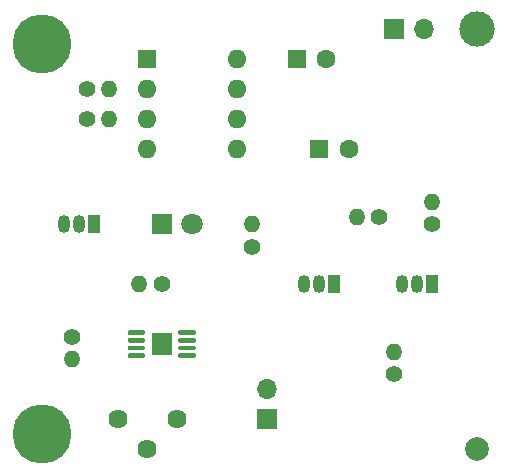
<source format=gbr>
%TF.GenerationSoftware,KiCad,Pcbnew,(5.1.9-0-10_14)*%
%TF.CreationDate,2021-04-03T15:31:47+02:00*%
%TF.ProjectId,full_circuit,66756c6c-5f63-4697-9263-7569742e6b69,rev?*%
%TF.SameCoordinates,Original*%
%TF.FileFunction,Soldermask,Top*%
%TF.FilePolarity,Negative*%
%FSLAX46Y46*%
G04 Gerber Fmt 4.6, Leading zero omitted, Abs format (unit mm)*
G04 Created by KiCad (PCBNEW (5.1.9-0-10_14)) date 2021-04-03 15:31:47*
%MOMM*%
%LPD*%
G01*
G04 APERTURE LIST*
%ADD10R,1.600000X1.600000*%
%ADD11O,1.600000X1.600000*%
%ADD12O,1.400000X1.400000*%
%ADD13C,1.400000*%
%ADD14O,1.050000X1.500000*%
%ADD15R,1.050000X1.500000*%
%ADD16C,5.000000*%
%ADD17C,3.000000*%
%ADD18C,2.000000*%
%ADD19C,1.620000*%
%ADD20R,1.680000X1.880000*%
%ADD21R,1.700000X1.700000*%
%ADD22O,1.700000X1.700000*%
%ADD23C,1.600000*%
%ADD24R,1.800000X1.800000*%
%ADD25C,1.800000*%
G04 APERTURE END LIST*
D10*
%TO.C,U2*%
X-134620000Y1094740000D03*
D11*
X-127000000Y1087120000D03*
X-134620000Y1092200000D03*
X-127000000Y1089660000D03*
X-134620000Y1089660000D03*
X-127000000Y1092200000D03*
X-134620000Y1087120000D03*
X-127000000Y1094740000D03*
%TD*%
D12*
%TO.C,R4*%
X-116835000Y1081405000D03*
D13*
X-114935000Y1081405000D03*
%TD*%
%TO.C,R5*%
X-110490000Y1080770000D03*
D12*
X-110490000Y1082670000D03*
%TD*%
D14*
%TO.C,Q1*%
X-120015000Y1075690000D03*
X-121285000Y1075690000D03*
D15*
X-118745000Y1075690000D03*
%TD*%
D16*
%TO.C,REF\u002A\u002A*%
X-143510000Y1062990000D03*
%TD*%
D17*
%TO.C,REF\u002A\u002A*%
X-106680000Y1097280000D03*
%TD*%
D18*
%TO.C,REF\u002A\u002A*%
X-106680000Y1061720000D03*
%TD*%
D16*
%TO.C,REF\u002A\u002A*%
X-143510000Y1096010000D03*
%TD*%
D15*
%TO.C,Q2*%
X-110490000Y1075690000D03*
D14*
X-113030000Y1075690000D03*
X-111760000Y1075690000D03*
%TD*%
%TO.C,Q3*%
X-140335000Y1080770000D03*
X-141605000Y1080770000D03*
D15*
X-139065000Y1080770000D03*
%TD*%
D12*
%TO.C,R1*%
X-140970000Y1069340000D03*
D13*
X-140970000Y1071240000D03*
%TD*%
%TO.C,R2*%
X-133350000Y1075690000D03*
D12*
X-135250000Y1075690000D03*
%TD*%
%TO.C,R3*%
X-137800000Y1092200000D03*
D13*
X-139700000Y1092200000D03*
%TD*%
%TO.C,R6*%
X-113665000Y1068070000D03*
D12*
X-113665000Y1069970000D03*
%TD*%
%TO.C,R7*%
X-137800000Y1089660000D03*
D13*
X-139700000Y1089660000D03*
%TD*%
%TO.C,R8*%
X-125730000Y1078865000D03*
D12*
X-125730000Y1080765000D03*
%TD*%
D19*
%TO.C,RV1*%
X-137080000Y1064260000D03*
X-134580000Y1061760000D03*
X-132080000Y1064260000D03*
%TD*%
%TO.C,U1*%
G36*
G01*
X-136225000Y1071485000D02*
X-136225000Y1071685000D01*
G75*
G02*
X-136125000Y1071785000I100000J0D01*
G01*
X-134875000Y1071785000D01*
G75*
G02*
X-134775000Y1071685000I0J-100000D01*
G01*
X-134775000Y1071485000D01*
G75*
G02*
X-134875000Y1071385000I-100000J0D01*
G01*
X-136125000Y1071385000D01*
G75*
G02*
X-136225000Y1071485000I0J100000D01*
G01*
G37*
G36*
G01*
X-136225000Y1070835000D02*
X-136225000Y1071035000D01*
G75*
G02*
X-136125000Y1071135000I100000J0D01*
G01*
X-134875000Y1071135000D01*
G75*
G02*
X-134775000Y1071035000I0J-100000D01*
G01*
X-134775000Y1070835000D01*
G75*
G02*
X-134875000Y1070735000I-100000J0D01*
G01*
X-136125000Y1070735000D01*
G75*
G02*
X-136225000Y1070835000I0J100000D01*
G01*
G37*
G36*
G01*
X-136225000Y1070185000D02*
X-136225000Y1070385000D01*
G75*
G02*
X-136125000Y1070485000I100000J0D01*
G01*
X-134875000Y1070485000D01*
G75*
G02*
X-134775000Y1070385000I0J-100000D01*
G01*
X-134775000Y1070185000D01*
G75*
G02*
X-134875000Y1070085000I-100000J0D01*
G01*
X-136125000Y1070085000D01*
G75*
G02*
X-136225000Y1070185000I0J100000D01*
G01*
G37*
G36*
G01*
X-136225000Y1069535000D02*
X-136225000Y1069735000D01*
G75*
G02*
X-136125000Y1069835000I100000J0D01*
G01*
X-134875000Y1069835000D01*
G75*
G02*
X-134775000Y1069735000I0J-100000D01*
G01*
X-134775000Y1069535000D01*
G75*
G02*
X-134875000Y1069435000I-100000J0D01*
G01*
X-136125000Y1069435000D01*
G75*
G02*
X-136225000Y1069535000I0J100000D01*
G01*
G37*
G36*
G01*
X-131925000Y1069535000D02*
X-131925000Y1069735000D01*
G75*
G02*
X-131825000Y1069835000I100000J0D01*
G01*
X-130575000Y1069835000D01*
G75*
G02*
X-130475000Y1069735000I0J-100000D01*
G01*
X-130475000Y1069535000D01*
G75*
G02*
X-130575000Y1069435000I-100000J0D01*
G01*
X-131825000Y1069435000D01*
G75*
G02*
X-131925000Y1069535000I0J100000D01*
G01*
G37*
G36*
G01*
X-131925000Y1070185000D02*
X-131925000Y1070385000D01*
G75*
G02*
X-131825000Y1070485000I100000J0D01*
G01*
X-130575000Y1070485000D01*
G75*
G02*
X-130475000Y1070385000I0J-100000D01*
G01*
X-130475000Y1070185000D01*
G75*
G02*
X-130575000Y1070085000I-100000J0D01*
G01*
X-131825000Y1070085000D01*
G75*
G02*
X-131925000Y1070185000I0J100000D01*
G01*
G37*
G36*
G01*
X-131925000Y1070835000D02*
X-131925000Y1071035000D01*
G75*
G02*
X-131825000Y1071135000I100000J0D01*
G01*
X-130575000Y1071135000D01*
G75*
G02*
X-130475000Y1071035000I0J-100000D01*
G01*
X-130475000Y1070835000D01*
G75*
G02*
X-130575000Y1070735000I-100000J0D01*
G01*
X-131825000Y1070735000D01*
G75*
G02*
X-131925000Y1070835000I0J100000D01*
G01*
G37*
G36*
G01*
X-131925000Y1071485000D02*
X-131925000Y1071685000D01*
G75*
G02*
X-131825000Y1071785000I100000J0D01*
G01*
X-130575000Y1071785000D01*
G75*
G02*
X-130475000Y1071685000I0J-100000D01*
G01*
X-130475000Y1071485000D01*
G75*
G02*
X-130575000Y1071385000I-100000J0D01*
G01*
X-131825000Y1071385000D01*
G75*
G02*
X-131925000Y1071485000I0J100000D01*
G01*
G37*
D20*
X-133350000Y1070610000D03*
%TD*%
D21*
%TO.C,BT1*%
X-113665000Y1097280000D03*
D22*
X-111125000Y1097280000D03*
%TD*%
%TO.C,PZ1*%
X-124460000Y1066800000D03*
D21*
X-124460000Y1064260000D03*
%TD*%
D10*
%TO.C,C1*%
X-120015000Y1087120000D03*
D23*
X-117515000Y1087120000D03*
%TD*%
%TO.C,C2*%
X-119420000Y1094740000D03*
D10*
X-121920000Y1094740000D03*
%TD*%
D24*
%TO.C,D1*%
X-133350000Y1080770000D03*
D25*
X-130810000Y1080770000D03*
%TD*%
M02*

</source>
